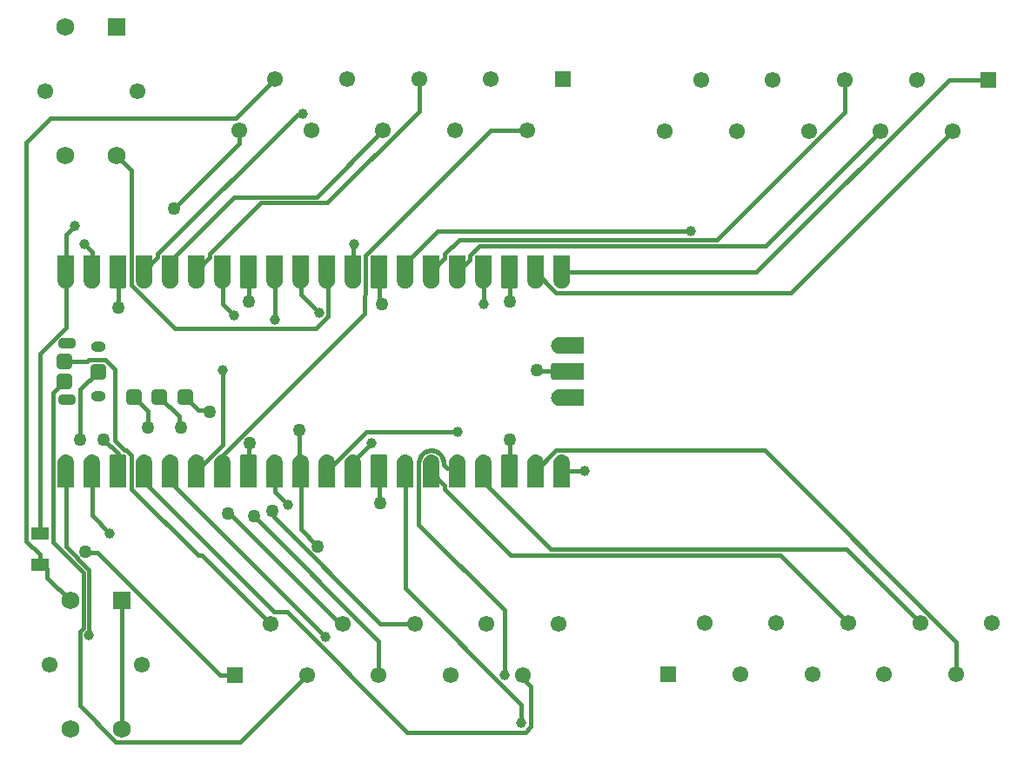
<source format=gtl>
G04*
G04 #@! TF.GenerationSoftware,Altium Limited,Altium Designer,24.1.2 (44)*
G04*
G04 Layer_Physical_Order=1*
G04 Layer_Color=6502151*
%FSLAX44Y44*%
%MOMM*%
G71*
G04*
G04 #@! TF.SameCoordinates,7576D355-30E4-4C7B-8782-25CA61036F80*
G04*
G04*
G04 #@! TF.FilePolarity,Positive*
G04*
G01*
G75*
G04:AMPARAMS|DCode=14|XSize=1.5mm|YSize=1.5mm|CornerRadius=0.3mm|HoleSize=0mm|Usage=FLASHONLY|Rotation=90.000|XOffset=0mm|YOffset=0mm|HoleType=Round|Shape=RoundedRectangle|*
%AMROUNDEDRECTD14*
21,1,1.5000,0.9000,0,0,90.0*
21,1,0.9000,1.5000,0,0,90.0*
1,1,0.6000,0.4500,0.4500*
1,1,0.6000,0.4500,-0.4500*
1,1,0.6000,-0.4500,-0.4500*
1,1,0.6000,-0.4500,0.4500*
%
%ADD14ROUNDEDRECTD14*%
%ADD15O,1.8000X1.1000*%
%ADD16O,1.4500X1.0500*%
%ADD17R,1.8000X1.2500*%
%ADD22C,1.5500*%
%ADD23R,1.5500X1.5500*%
%ADD29R,1.0000X1.0000*%
%ADD30C,0.3810*%
%ADD31C,1.7500*%
%ADD32R,1.7500X1.7500*%
%ADD33C,1.0000*%
%ADD34C,1.2700*%
G36*
X555370Y478790D02*
X555360Y478370D01*
X555330Y477950D01*
X555270Y477540D01*
X555200Y477130D01*
X555100Y476720D01*
X554980Y476320D01*
X554840Y475920D01*
X554680Y475540D01*
X554500Y475160D01*
X554300Y474790D01*
X554080Y474430D01*
X553840Y474090D01*
X553590Y473760D01*
X553320Y473440D01*
X553030Y473130D01*
X552720Y472840D01*
X552400Y472570D01*
X552070Y472320D01*
X551730Y472080D01*
X551370Y471860D01*
X551000Y471660D01*
X550620Y471480D01*
X550240Y471320D01*
X549840Y471180D01*
X549440Y471060D01*
X549030Y470960D01*
X548620Y470890D01*
X548210Y470830D01*
X547790Y470800D01*
X547370Y470790D01*
X546950Y470800D01*
X546530Y470830D01*
X546120Y470890D01*
X545710Y470960D01*
X545300Y471060D01*
X544900Y471180D01*
X544500Y471320D01*
X544120Y471480D01*
X543740Y471660D01*
X543370Y471860D01*
X543010Y472080D01*
X542670Y472320D01*
X542340Y472570D01*
X542020Y472840D01*
X541710Y473130D01*
X541420Y473440D01*
X541150Y473760D01*
X540900Y474090D01*
X540660Y474430D01*
X540440Y474790D01*
X540240Y475160D01*
X540060Y475540D01*
X539900Y475920D01*
X539760Y476320D01*
X539640Y476720D01*
X539540Y477130D01*
X539470Y477540D01*
X539410Y477950D01*
X539380Y478370D01*
X539370Y478790D01*
Y502790D01*
X555370D01*
Y478790D01*
D02*
G37*
G36*
X529970D02*
X529960Y478370D01*
X529930Y477950D01*
X529870Y477540D01*
X529800Y477130D01*
X529700Y476720D01*
X529580Y476320D01*
X529440Y475920D01*
X529280Y475540D01*
X529100Y475160D01*
X528900Y474790D01*
X528680Y474430D01*
X528440Y474090D01*
X528190Y473760D01*
X527920Y473440D01*
X527630Y473130D01*
X527320Y472840D01*
X527000Y472570D01*
X526670Y472320D01*
X526330Y472080D01*
X525970Y471860D01*
X525600Y471660D01*
X525220Y471480D01*
X524840Y471320D01*
X524440Y471180D01*
X524040Y471060D01*
X523630Y470960D01*
X523220Y470890D01*
X522810Y470830D01*
X522390Y470800D01*
X521970Y470790D01*
X521550Y470800D01*
X521130Y470830D01*
X520720Y470890D01*
X520310Y470960D01*
X519900Y471060D01*
X519500Y471180D01*
X519100Y471320D01*
X518720Y471480D01*
X518340Y471660D01*
X517970Y471860D01*
X517610Y472080D01*
X517270Y472320D01*
X516940Y472570D01*
X516620Y472840D01*
X516310Y473130D01*
X516020Y473440D01*
X515750Y473760D01*
X515500Y474090D01*
X515260Y474430D01*
X515040Y474790D01*
X514840Y475160D01*
X514660Y475540D01*
X514500Y475920D01*
X514360Y476320D01*
X514240Y476720D01*
X514140Y477130D01*
X514070Y477540D01*
X514010Y477950D01*
X513980Y478370D01*
X513970Y478790D01*
Y502790D01*
X529970D01*
Y478790D01*
D02*
G37*
G36*
X504570Y472690D02*
X504560Y472580D01*
X504550Y472480D01*
X504530Y472370D01*
X504500Y472270D01*
X504470Y472170D01*
X504440Y472070D01*
X504400Y471980D01*
X504350Y471880D01*
X504300Y471790D01*
X504250Y471700D01*
X504190Y471610D01*
X504120Y471530D01*
X504060Y471450D01*
X503980Y471380D01*
X503910Y471300D01*
X503830Y471240D01*
X503750Y471170D01*
X503660Y471110D01*
X503570Y471060D01*
X503480Y471010D01*
X503380Y470960D01*
X503290Y470920D01*
X503190Y470890D01*
X503090Y470860D01*
X502990Y470830D01*
X502880Y470810D01*
X502780Y470800D01*
X502670Y470790D01*
X490470D01*
X490360Y470800D01*
X490260Y470810D01*
X490150Y470830D01*
X490050Y470860D01*
X489950Y470890D01*
X489850Y470920D01*
X489760Y470960D01*
X489660Y471010D01*
X489570Y471060D01*
X489480Y471110D01*
X489390Y471170D01*
X489310Y471240D01*
X489230Y471300D01*
X489160Y471380D01*
X489080Y471450D01*
X489020Y471530D01*
X488950Y471610D01*
X488890Y471700D01*
X488840Y471790D01*
X488790Y471880D01*
X488740Y471980D01*
X488700Y472070D01*
X488670Y472170D01*
X488640Y472270D01*
X488610Y472370D01*
X488590Y472480D01*
X488580Y472580D01*
X488570Y472690D01*
Y502790D01*
X504570D01*
Y472690D01*
D02*
G37*
G36*
X479170Y478790D02*
X479160Y478370D01*
X479130Y477950D01*
X479070Y477540D01*
X479000Y477130D01*
X478900Y476720D01*
X478780Y476320D01*
X478640Y475920D01*
X478480Y475540D01*
X478300Y475160D01*
X478100Y474790D01*
X477880Y474430D01*
X477640Y474090D01*
X477390Y473760D01*
X477120Y473440D01*
X476830Y473130D01*
X476520Y472840D01*
X476200Y472570D01*
X475870Y472320D01*
X475530Y472080D01*
X475170Y471860D01*
X474800Y471660D01*
X474420Y471480D01*
X474040Y471320D01*
X473640Y471180D01*
X473240Y471060D01*
X472830Y470960D01*
X472420Y470890D01*
X472010Y470830D01*
X471590Y470800D01*
X471170Y470790D01*
X470750Y470800D01*
X470330Y470830D01*
X469920Y470890D01*
X469510Y470960D01*
X469100Y471060D01*
X468700Y471180D01*
X468300Y471320D01*
X467920Y471480D01*
X467540Y471660D01*
X467170Y471860D01*
X466810Y472080D01*
X466470Y472320D01*
X466140Y472570D01*
X465820Y472840D01*
X465510Y473130D01*
X465220Y473440D01*
X464950Y473760D01*
X464700Y474090D01*
X464460Y474430D01*
X464240Y474790D01*
X464040Y475160D01*
X463860Y475540D01*
X463700Y475920D01*
X463560Y476320D01*
X463440Y476720D01*
X463340Y477130D01*
X463270Y477540D01*
X463210Y477950D01*
X463180Y478370D01*
X463170Y478790D01*
Y502790D01*
X479170D01*
Y478790D01*
D02*
G37*
G36*
X453770D02*
X453760Y478370D01*
X453730Y477950D01*
X453670Y477540D01*
X453600Y477130D01*
X453500Y476720D01*
X453380Y476320D01*
X453240Y475920D01*
X453080Y475540D01*
X452900Y475160D01*
X452700Y474790D01*
X452480Y474430D01*
X452240Y474090D01*
X451990Y473760D01*
X451720Y473440D01*
X451430Y473130D01*
X451120Y472840D01*
X450800Y472570D01*
X450470Y472320D01*
X450130Y472080D01*
X449770Y471860D01*
X449400Y471660D01*
X449020Y471480D01*
X448640Y471320D01*
X448240Y471180D01*
X447840Y471060D01*
X447430Y470960D01*
X447020Y470890D01*
X446610Y470830D01*
X446190Y470800D01*
X445770Y470790D01*
X445350Y470800D01*
X444930Y470830D01*
X444520Y470890D01*
X444110Y470960D01*
X443700Y471060D01*
X443300Y471180D01*
X442900Y471320D01*
X442520Y471480D01*
X442140Y471660D01*
X441770Y471860D01*
X441410Y472080D01*
X441070Y472320D01*
X440740Y472570D01*
X440420Y472840D01*
X440110Y473130D01*
X439820Y473440D01*
X439550Y473760D01*
X439300Y474090D01*
X439060Y474430D01*
X438840Y474790D01*
X438640Y475160D01*
X438460Y475540D01*
X438300Y475920D01*
X438160Y476320D01*
X438040Y476720D01*
X437940Y477130D01*
X437870Y477540D01*
X437810Y477950D01*
X437780Y478370D01*
X437770Y478790D01*
Y502790D01*
X453770D01*
Y478790D01*
D02*
G37*
G36*
X428370D02*
X428360Y478370D01*
X428330Y477950D01*
X428270Y477540D01*
X428200Y477130D01*
X428100Y476720D01*
X427980Y476320D01*
X427840Y475920D01*
X427680Y475540D01*
X427500Y475160D01*
X427300Y474790D01*
X427080Y474430D01*
X426840Y474090D01*
X426590Y473760D01*
X426320Y473440D01*
X426030Y473130D01*
X425720Y472840D01*
X425400Y472570D01*
X425070Y472320D01*
X424730Y472080D01*
X424370Y471860D01*
X424000Y471660D01*
X423620Y471480D01*
X423240Y471320D01*
X422840Y471180D01*
X422440Y471060D01*
X422030Y470960D01*
X421620Y470890D01*
X421210Y470830D01*
X420790Y470800D01*
X420370Y470790D01*
X419950Y470800D01*
X419530Y470830D01*
X419120Y470890D01*
X418710Y470960D01*
X418300Y471060D01*
X417900Y471180D01*
X417500Y471320D01*
X417120Y471480D01*
X416740Y471660D01*
X416370Y471860D01*
X416010Y472080D01*
X415670Y472320D01*
X415340Y472570D01*
X415020Y472840D01*
X414710Y473130D01*
X414420Y473440D01*
X414150Y473760D01*
X413900Y474090D01*
X413660Y474430D01*
X413440Y474790D01*
X413240Y475160D01*
X413060Y475540D01*
X412900Y475920D01*
X412760Y476320D01*
X412640Y476720D01*
X412540Y477130D01*
X412470Y477540D01*
X412410Y477950D01*
X412380Y478370D01*
X412370Y478790D01*
Y502790D01*
X428370D01*
Y478790D01*
D02*
G37*
G36*
X402970D02*
X402960Y478370D01*
X402930Y477950D01*
X402870Y477540D01*
X402800Y477130D01*
X402700Y476720D01*
X402580Y476320D01*
X402440Y475920D01*
X402280Y475540D01*
X402100Y475160D01*
X401900Y474790D01*
X401680Y474430D01*
X401440Y474090D01*
X401190Y473760D01*
X400920Y473440D01*
X400630Y473130D01*
X400320Y472840D01*
X400000Y472570D01*
X399670Y472320D01*
X399330Y472080D01*
X398970Y471860D01*
X398600Y471660D01*
X398220Y471480D01*
X397840Y471320D01*
X397440Y471180D01*
X397040Y471060D01*
X396630Y470960D01*
X396220Y470890D01*
X395810Y470830D01*
X395390Y470800D01*
X394970Y470790D01*
X394550Y470800D01*
X394130Y470830D01*
X393720Y470890D01*
X393310Y470960D01*
X392900Y471060D01*
X392500Y471180D01*
X392100Y471320D01*
X391720Y471480D01*
X391340Y471660D01*
X390970Y471860D01*
X390610Y472080D01*
X390270Y472320D01*
X389940Y472570D01*
X389620Y472840D01*
X389310Y473130D01*
X389020Y473440D01*
X388750Y473760D01*
X388500Y474090D01*
X388260Y474430D01*
X388040Y474790D01*
X387840Y475160D01*
X387660Y475540D01*
X387500Y475920D01*
X387360Y476320D01*
X387240Y476720D01*
X387140Y477130D01*
X387070Y477540D01*
X387010Y477950D01*
X386980Y478370D01*
X386970Y478790D01*
Y502790D01*
X402970D01*
Y478790D01*
D02*
G37*
G36*
X377570Y472690D02*
X377560Y472580D01*
X377550Y472480D01*
X377530Y472370D01*
X377500Y472270D01*
X377470Y472170D01*
X377440Y472070D01*
X377400Y471980D01*
X377350Y471880D01*
X377300Y471790D01*
X377250Y471700D01*
X377190Y471610D01*
X377120Y471530D01*
X377060Y471450D01*
X376980Y471380D01*
X376910Y471300D01*
X376830Y471240D01*
X376750Y471170D01*
X376660Y471110D01*
X376570Y471060D01*
X376480Y471010D01*
X376380Y470960D01*
X376290Y470920D01*
X376190Y470890D01*
X376090Y470860D01*
X375990Y470830D01*
X375880Y470810D01*
X375780Y470800D01*
X375670Y470790D01*
X363470D01*
X363360Y470800D01*
X363260Y470810D01*
X363150Y470830D01*
X363050Y470860D01*
X362950Y470890D01*
X362850Y470920D01*
X362760Y470960D01*
X362660Y471010D01*
X362570Y471060D01*
X362480Y471110D01*
X362390Y471170D01*
X362310Y471240D01*
X362230Y471300D01*
X362160Y471380D01*
X362080Y471450D01*
X362020Y471530D01*
X361950Y471610D01*
X361890Y471700D01*
X361840Y471790D01*
X361790Y471880D01*
X361740Y471980D01*
X361700Y472070D01*
X361670Y472170D01*
X361640Y472270D01*
X361610Y472370D01*
X361590Y472480D01*
X361580Y472580D01*
X361570Y472690D01*
Y502790D01*
X377570D01*
Y472690D01*
D02*
G37*
G36*
X352170Y478790D02*
X352160Y478370D01*
X352130Y477950D01*
X352070Y477540D01*
X352000Y477130D01*
X351900Y476720D01*
X351780Y476320D01*
X351640Y475920D01*
X351480Y475540D01*
X351300Y475160D01*
X351100Y474790D01*
X350880Y474430D01*
X350640Y474090D01*
X350390Y473760D01*
X350120Y473440D01*
X349830Y473130D01*
X349520Y472840D01*
X349200Y472570D01*
X348870Y472320D01*
X348530Y472080D01*
X348170Y471860D01*
X347800Y471660D01*
X347420Y471480D01*
X347040Y471320D01*
X346640Y471180D01*
X346240Y471060D01*
X345830Y470960D01*
X345420Y470890D01*
X345010Y470830D01*
X344590Y470800D01*
X344170Y470790D01*
X343750Y470800D01*
X343330Y470830D01*
X342920Y470890D01*
X342510Y470960D01*
X342100Y471060D01*
X341700Y471180D01*
X341300Y471320D01*
X340920Y471480D01*
X340540Y471660D01*
X340170Y471860D01*
X339810Y472080D01*
X339470Y472320D01*
X339140Y472570D01*
X338820Y472840D01*
X338510Y473130D01*
X338220Y473440D01*
X337950Y473760D01*
X337700Y474090D01*
X337460Y474430D01*
X337240Y474790D01*
X337040Y475160D01*
X336860Y475540D01*
X336700Y475920D01*
X336560Y476320D01*
X336440Y476720D01*
X336340Y477130D01*
X336270Y477540D01*
X336210Y477950D01*
X336180Y478370D01*
X336170Y478790D01*
Y502790D01*
X352170D01*
Y478790D01*
D02*
G37*
G36*
X326770D02*
X326760Y478370D01*
X326730Y477950D01*
X326670Y477540D01*
X326600Y477130D01*
X326500Y476720D01*
X326380Y476320D01*
X326240Y475920D01*
X326080Y475540D01*
X325900Y475160D01*
X325700Y474790D01*
X325480Y474430D01*
X325240Y474090D01*
X324990Y473760D01*
X324720Y473440D01*
X324430Y473130D01*
X324120Y472840D01*
X323800Y472570D01*
X323470Y472320D01*
X323130Y472080D01*
X322770Y471860D01*
X322400Y471660D01*
X322020Y471480D01*
X321640Y471320D01*
X321240Y471180D01*
X320840Y471060D01*
X320430Y470960D01*
X320020Y470890D01*
X319610Y470830D01*
X319190Y470800D01*
X318770Y470790D01*
X318350Y470800D01*
X317930Y470830D01*
X317520Y470890D01*
X317110Y470960D01*
X316700Y471060D01*
X316300Y471180D01*
X315900Y471320D01*
X315520Y471480D01*
X315140Y471660D01*
X314770Y471860D01*
X314410Y472080D01*
X314070Y472320D01*
X313740Y472570D01*
X313420Y472840D01*
X313110Y473130D01*
X312820Y473440D01*
X312550Y473760D01*
X312300Y474090D01*
X312060Y474430D01*
X311840Y474790D01*
X311640Y475160D01*
X311460Y475540D01*
X311300Y475920D01*
X311160Y476320D01*
X311040Y476720D01*
X310940Y477130D01*
X310870Y477540D01*
X310810Y477950D01*
X310780Y478370D01*
X310770Y478790D01*
Y502790D01*
X326770D01*
Y478790D01*
D02*
G37*
G36*
X301370D02*
X301360Y478370D01*
X301330Y477950D01*
X301270Y477540D01*
X301200Y477130D01*
X301100Y476720D01*
X300980Y476320D01*
X300840Y475920D01*
X300680Y475540D01*
X300500Y475160D01*
X300300Y474790D01*
X300080Y474430D01*
X299840Y474090D01*
X299590Y473760D01*
X299320Y473440D01*
X299030Y473130D01*
X298720Y472840D01*
X298400Y472570D01*
X298070Y472320D01*
X297730Y472080D01*
X297370Y471860D01*
X297000Y471660D01*
X296620Y471480D01*
X296240Y471320D01*
X295840Y471180D01*
X295440Y471060D01*
X295030Y470960D01*
X294620Y470890D01*
X294210Y470830D01*
X293790Y470800D01*
X293370Y470790D01*
X292950Y470800D01*
X292530Y470830D01*
X292120Y470890D01*
X291710Y470960D01*
X291300Y471060D01*
X290900Y471180D01*
X290500Y471320D01*
X290120Y471480D01*
X289740Y471660D01*
X289370Y471860D01*
X289010Y472080D01*
X288670Y472320D01*
X288340Y472570D01*
X288020Y472840D01*
X287710Y473130D01*
X287420Y473440D01*
X287150Y473760D01*
X286900Y474090D01*
X286660Y474430D01*
X286440Y474790D01*
X286240Y475160D01*
X286060Y475540D01*
X285900Y475920D01*
X285760Y476320D01*
X285640Y476720D01*
X285540Y477130D01*
X285470Y477540D01*
X285410Y477950D01*
X285380Y478370D01*
X285370Y478790D01*
Y502790D01*
X301370D01*
Y478790D01*
D02*
G37*
G36*
X275970D02*
X275960Y478370D01*
X275930Y477950D01*
X275870Y477540D01*
X275800Y477130D01*
X275700Y476720D01*
X275580Y476320D01*
X275440Y475920D01*
X275280Y475540D01*
X275100Y475160D01*
X274900Y474790D01*
X274680Y474430D01*
X274440Y474090D01*
X274190Y473760D01*
X273920Y473440D01*
X273630Y473130D01*
X273320Y472840D01*
X273000Y472570D01*
X272670Y472320D01*
X272330Y472080D01*
X271970Y471860D01*
X271600Y471660D01*
X271220Y471480D01*
X270840Y471320D01*
X270440Y471180D01*
X270040Y471060D01*
X269630Y470960D01*
X269220Y470890D01*
X268810Y470830D01*
X268390Y470800D01*
X267970Y470790D01*
X267550Y470800D01*
X267130Y470830D01*
X266720Y470890D01*
X266310Y470960D01*
X265900Y471060D01*
X265500Y471180D01*
X265100Y471320D01*
X264720Y471480D01*
X264340Y471660D01*
X263970Y471860D01*
X263610Y472080D01*
X263270Y472320D01*
X262940Y472570D01*
X262620Y472840D01*
X262310Y473130D01*
X262020Y473440D01*
X261750Y473760D01*
X261500Y474090D01*
X261260Y474430D01*
X261040Y474790D01*
X260840Y475160D01*
X260660Y475540D01*
X260500Y475920D01*
X260360Y476320D01*
X260240Y476720D01*
X260140Y477130D01*
X260070Y477540D01*
X260010Y477950D01*
X259980Y478370D01*
X259970Y478790D01*
Y502790D01*
X275970D01*
Y478790D01*
D02*
G37*
G36*
X250570Y472690D02*
X250560Y472580D01*
X250550Y472480D01*
X250530Y472370D01*
X250500Y472270D01*
X250470Y472170D01*
X250440Y472070D01*
X250400Y471980D01*
X250350Y471880D01*
X250300Y471790D01*
X250250Y471700D01*
X250190Y471610D01*
X250120Y471530D01*
X250060Y471450D01*
X249980Y471380D01*
X249910Y471300D01*
X249830Y471240D01*
X249750Y471170D01*
X249660Y471110D01*
X249570Y471060D01*
X249480Y471010D01*
X249380Y470960D01*
X249290Y470920D01*
X249190Y470890D01*
X249090Y470860D01*
X248990Y470830D01*
X248880Y470810D01*
X248780Y470800D01*
X248670Y470790D01*
X236470D01*
X236360Y470800D01*
X236260Y470810D01*
X236150Y470830D01*
X236050Y470860D01*
X235950Y470890D01*
X235850Y470920D01*
X235760Y470960D01*
X235660Y471010D01*
X235570Y471060D01*
X235480Y471110D01*
X235390Y471170D01*
X235310Y471240D01*
X235230Y471300D01*
X235160Y471380D01*
X235080Y471450D01*
X235020Y471530D01*
X234950Y471610D01*
X234890Y471700D01*
X234840Y471790D01*
X234790Y471880D01*
X234740Y471980D01*
X234700Y472070D01*
X234670Y472170D01*
X234640Y472270D01*
X234610Y472370D01*
X234590Y472480D01*
X234580Y472580D01*
X234570Y472690D01*
Y502790D01*
X250570D01*
Y472690D01*
D02*
G37*
G36*
X225170Y478790D02*
X225160Y478370D01*
X225130Y477950D01*
X225070Y477540D01*
X225000Y477130D01*
X224900Y476720D01*
X224780Y476320D01*
X224640Y475920D01*
X224480Y475540D01*
X224300Y475160D01*
X224100Y474790D01*
X223880Y474430D01*
X223640Y474090D01*
X223390Y473760D01*
X223120Y473440D01*
X222830Y473130D01*
X222520Y472840D01*
X222200Y472570D01*
X221870Y472320D01*
X221530Y472080D01*
X221170Y471860D01*
X220800Y471660D01*
X220420Y471480D01*
X220040Y471320D01*
X219640Y471180D01*
X219240Y471060D01*
X218830Y470960D01*
X218420Y470890D01*
X218010Y470830D01*
X217590Y470800D01*
X217170Y470790D01*
X216750Y470800D01*
X216330Y470830D01*
X215920Y470890D01*
X215510Y470960D01*
X215100Y471060D01*
X214700Y471180D01*
X214300Y471320D01*
X213920Y471480D01*
X213540Y471660D01*
X213170Y471860D01*
X212810Y472080D01*
X212470Y472320D01*
X212140Y472570D01*
X211820Y472840D01*
X211510Y473130D01*
X211220Y473440D01*
X210950Y473760D01*
X210700Y474090D01*
X210460Y474430D01*
X210240Y474790D01*
X210040Y475160D01*
X209860Y475540D01*
X209700Y475920D01*
X209560Y476320D01*
X209440Y476720D01*
X209340Y477130D01*
X209270Y477540D01*
X209210Y477950D01*
X209180Y478370D01*
X209170Y478790D01*
Y502790D01*
X225170D01*
Y478790D01*
D02*
G37*
G36*
X199770D02*
X199760Y478370D01*
X199730Y477950D01*
X199670Y477540D01*
X199600Y477130D01*
X199500Y476720D01*
X199380Y476320D01*
X199240Y475920D01*
X199080Y475540D01*
X198900Y475160D01*
X198700Y474790D01*
X198480Y474430D01*
X198240Y474090D01*
X197990Y473760D01*
X197720Y473440D01*
X197430Y473130D01*
X197120Y472840D01*
X196800Y472570D01*
X196470Y472320D01*
X196130Y472080D01*
X195770Y471860D01*
X195400Y471660D01*
X195020Y471480D01*
X194640Y471320D01*
X194240Y471180D01*
X193840Y471060D01*
X193430Y470960D01*
X193020Y470890D01*
X192610Y470830D01*
X192190Y470800D01*
X191770Y470790D01*
X191350Y470800D01*
X190930Y470830D01*
X190520Y470890D01*
X190110Y470960D01*
X189700Y471060D01*
X189300Y471180D01*
X188900Y471320D01*
X188520Y471480D01*
X188140Y471660D01*
X187770Y471860D01*
X187410Y472080D01*
X187070Y472320D01*
X186740Y472570D01*
X186420Y472840D01*
X186110Y473130D01*
X185820Y473440D01*
X185550Y473760D01*
X185300Y474090D01*
X185060Y474430D01*
X184840Y474790D01*
X184640Y475160D01*
X184460Y475540D01*
X184300Y475920D01*
X184160Y476320D01*
X184040Y476720D01*
X183940Y477130D01*
X183870Y477540D01*
X183810Y477950D01*
X183780Y478370D01*
X183770Y478790D01*
Y502790D01*
X199770D01*
Y478790D01*
D02*
G37*
G36*
X174370D02*
X174360Y478370D01*
X174330Y477950D01*
X174270Y477540D01*
X174200Y477130D01*
X174100Y476720D01*
X173980Y476320D01*
X173840Y475920D01*
X173680Y475540D01*
X173500Y475160D01*
X173300Y474790D01*
X173080Y474430D01*
X172840Y474090D01*
X172590Y473760D01*
X172320Y473440D01*
X172030Y473130D01*
X171720Y472840D01*
X171400Y472570D01*
X171070Y472320D01*
X170730Y472080D01*
X170370Y471860D01*
X170000Y471660D01*
X169620Y471480D01*
X169240Y471320D01*
X168840Y471180D01*
X168440Y471060D01*
X168030Y470960D01*
X167620Y470890D01*
X167210Y470830D01*
X166790Y470800D01*
X166370Y470790D01*
X165950Y470800D01*
X165530Y470830D01*
X165120Y470890D01*
X164710Y470960D01*
X164300Y471060D01*
X163900Y471180D01*
X163500Y471320D01*
X163120Y471480D01*
X162740Y471660D01*
X162370Y471860D01*
X162010Y472080D01*
X161670Y472320D01*
X161340Y472570D01*
X161020Y472840D01*
X160710Y473130D01*
X160420Y473440D01*
X160150Y473760D01*
X159900Y474090D01*
X159660Y474430D01*
X159440Y474790D01*
X159240Y475160D01*
X159060Y475540D01*
X158900Y475920D01*
X158760Y476320D01*
X158640Y476720D01*
X158540Y477130D01*
X158470Y477540D01*
X158410Y477950D01*
X158380Y478370D01*
X158370Y478790D01*
Y502790D01*
X174370D01*
Y478790D01*
D02*
G37*
G36*
X148970D02*
X148960Y478370D01*
X148930Y477950D01*
X148870Y477540D01*
X148800Y477130D01*
X148700Y476720D01*
X148580Y476320D01*
X148440Y475920D01*
X148280Y475540D01*
X148100Y475160D01*
X147900Y474790D01*
X147680Y474430D01*
X147440Y474090D01*
X147190Y473760D01*
X146920Y473440D01*
X146630Y473130D01*
X146320Y472840D01*
X146000Y472570D01*
X145670Y472320D01*
X145330Y472080D01*
X144970Y471860D01*
X144600Y471660D01*
X144220Y471480D01*
X143840Y471320D01*
X143440Y471180D01*
X143040Y471060D01*
X142630Y470960D01*
X142220Y470890D01*
X141810Y470830D01*
X141390Y470800D01*
X140970Y470790D01*
X140550Y470800D01*
X140130Y470830D01*
X139720Y470890D01*
X139310Y470960D01*
X138900Y471060D01*
X138500Y471180D01*
X138100Y471320D01*
X137720Y471480D01*
X137340Y471660D01*
X136970Y471860D01*
X136610Y472080D01*
X136270Y472320D01*
X135940Y472570D01*
X135620Y472840D01*
X135310Y473130D01*
X135020Y473440D01*
X134750Y473760D01*
X134500Y474090D01*
X134260Y474430D01*
X134040Y474790D01*
X133840Y475160D01*
X133660Y475540D01*
X133500Y475920D01*
X133360Y476320D01*
X133240Y476720D01*
X133140Y477130D01*
X133070Y477540D01*
X133010Y477950D01*
X132980Y478370D01*
X132970Y478790D01*
Y502790D01*
X148970D01*
Y478790D01*
D02*
G37*
G36*
X123570Y472690D02*
X123560Y472580D01*
X123550Y472480D01*
X123530Y472370D01*
X123500Y472270D01*
X123470Y472170D01*
X123440Y472070D01*
X123400Y471980D01*
X123350Y471880D01*
X123300Y471790D01*
X123250Y471700D01*
X123190Y471610D01*
X123120Y471530D01*
X123060Y471450D01*
X122980Y471380D01*
X122910Y471300D01*
X122830Y471240D01*
X122750Y471170D01*
X122660Y471110D01*
X122570Y471060D01*
X122480Y471010D01*
X122380Y470960D01*
X122290Y470920D01*
X122190Y470890D01*
X122090Y470860D01*
X121990Y470830D01*
X121880Y470810D01*
X121780Y470800D01*
X121670Y470790D01*
X109470D01*
X109360Y470800D01*
X109260Y470810D01*
X109150Y470830D01*
X109050Y470860D01*
X108950Y470890D01*
X108850Y470920D01*
X108760Y470960D01*
X108660Y471010D01*
X108570Y471060D01*
X108480Y471110D01*
X108390Y471170D01*
X108310Y471240D01*
X108230Y471300D01*
X108160Y471380D01*
X108080Y471450D01*
X108020Y471530D01*
X107950Y471610D01*
X107890Y471700D01*
X107840Y471790D01*
X107790Y471880D01*
X107740Y471980D01*
X107700Y472070D01*
X107670Y472170D01*
X107640Y472270D01*
X107610Y472370D01*
X107590Y472480D01*
X107580Y472580D01*
X107570Y472690D01*
Y502790D01*
X123570D01*
Y472690D01*
D02*
G37*
G36*
X98170Y478790D02*
X98160Y478370D01*
X98130Y477950D01*
X98070Y477540D01*
X98000Y477130D01*
X97900Y476720D01*
X97780Y476320D01*
X97640Y475920D01*
X97480Y475540D01*
X97300Y475160D01*
X97100Y474790D01*
X96880Y474430D01*
X96640Y474090D01*
X96390Y473760D01*
X96120Y473440D01*
X95830Y473130D01*
X95520Y472840D01*
X95200Y472570D01*
X94870Y472320D01*
X94530Y472080D01*
X94170Y471860D01*
X93800Y471660D01*
X93420Y471480D01*
X93040Y471320D01*
X92640Y471180D01*
X92240Y471060D01*
X91830Y470960D01*
X91420Y470890D01*
X91010Y470830D01*
X90590Y470800D01*
X90170Y470790D01*
X89750Y470800D01*
X89330Y470830D01*
X88920Y470890D01*
X88510Y470960D01*
X88100Y471060D01*
X87700Y471180D01*
X87300Y471320D01*
X86920Y471480D01*
X86540Y471660D01*
X86170Y471860D01*
X85810Y472080D01*
X85470Y472320D01*
X85140Y472570D01*
X84820Y472840D01*
X84510Y473130D01*
X84220Y473440D01*
X83950Y473760D01*
X83700Y474090D01*
X83460Y474430D01*
X83240Y474790D01*
X83040Y475160D01*
X82860Y475540D01*
X82700Y475920D01*
X82560Y476320D01*
X82440Y476720D01*
X82340Y477130D01*
X82270Y477540D01*
X82210Y477950D01*
X82180Y478370D01*
X82170Y478790D01*
Y502790D01*
X98170D01*
Y478790D01*
D02*
G37*
G36*
X72770D02*
X72760Y478370D01*
X72730Y477950D01*
X72670Y477540D01*
X72600Y477130D01*
X72500Y476720D01*
X72380Y476320D01*
X72240Y475920D01*
X72080Y475540D01*
X71900Y475160D01*
X71700Y474790D01*
X71480Y474430D01*
X71240Y474090D01*
X70990Y473760D01*
X70720Y473440D01*
X70430Y473130D01*
X70120Y472840D01*
X69800Y472570D01*
X69470Y472320D01*
X69130Y472080D01*
X68770Y471860D01*
X68400Y471660D01*
X68020Y471480D01*
X67640Y471320D01*
X67240Y471180D01*
X66840Y471060D01*
X66430Y470960D01*
X66020Y470890D01*
X65610Y470830D01*
X65190Y470800D01*
X64770Y470790D01*
X64350Y470800D01*
X63930Y470830D01*
X63520Y470890D01*
X63110Y470960D01*
X62700Y471060D01*
X62300Y471180D01*
X61900Y471320D01*
X61520Y471480D01*
X61140Y471660D01*
X60770Y471860D01*
X60410Y472080D01*
X60070Y472320D01*
X59740Y472570D01*
X59420Y472840D01*
X59110Y473130D01*
X58820Y473440D01*
X58550Y473760D01*
X58300Y474090D01*
X58060Y474430D01*
X57840Y474790D01*
X57640Y475160D01*
X57460Y475540D01*
X57300Y475920D01*
X57160Y476320D01*
X57040Y476720D01*
X56940Y477130D01*
X56870Y477540D01*
X56810Y477950D01*
X56780Y478370D01*
X56770Y478790D01*
Y502790D01*
X72770D01*
Y478790D01*
D02*
G37*
G36*
X569070Y407290D02*
X545070D01*
X544650Y407300D01*
X544230Y407330D01*
X543820Y407390D01*
X543410Y407460D01*
X543000Y407560D01*
X542600Y407680D01*
X542200Y407820D01*
X541820Y407980D01*
X541440Y408160D01*
X541070Y408360D01*
X540710Y408580D01*
X540370Y408820D01*
X540040Y409070D01*
X539720Y409340D01*
X539410Y409630D01*
X539120Y409940D01*
X538850Y410260D01*
X538600Y410590D01*
X538360Y410930D01*
X538140Y411290D01*
X537940Y411660D01*
X537760Y412040D01*
X537600Y412420D01*
X537460Y412820D01*
X537340Y413220D01*
X537240Y413630D01*
X537170Y414040D01*
X537110Y414450D01*
X537080Y414870D01*
X537070Y415290D01*
X537080Y415710D01*
X537110Y416130D01*
X537170Y416540D01*
X537240Y416950D01*
X537340Y417360D01*
X537460Y417760D01*
X537600Y418160D01*
X537760Y418540D01*
X537940Y418920D01*
X538140Y419290D01*
X538360Y419650D01*
X538600Y419990D01*
X538850Y420320D01*
X539120Y420640D01*
X539410Y420950D01*
X539720Y421240D01*
X540040Y421510D01*
X540370Y421760D01*
X540710Y422000D01*
X541070Y422220D01*
X541440Y422420D01*
X541820Y422600D01*
X542200Y422760D01*
X542600Y422900D01*
X543000Y423020D01*
X543410Y423120D01*
X543820Y423190D01*
X544230Y423250D01*
X544650Y423280D01*
X545070Y423290D01*
X569070D01*
Y407290D01*
D02*
G37*
G36*
Y381890D02*
X538970D01*
X538860Y381900D01*
X538760Y381910D01*
X538650Y381930D01*
X538550Y381960D01*
X538450Y381990D01*
X538350Y382020D01*
X538260Y382060D01*
X538160Y382110D01*
X538070Y382160D01*
X537980Y382210D01*
X537890Y382270D01*
X537810Y382340D01*
X537730Y382400D01*
X537660Y382480D01*
X537580Y382550D01*
X537520Y382630D01*
X537450Y382710D01*
X537390Y382800D01*
X537340Y382890D01*
X537290Y382980D01*
X537240Y383080D01*
X537200Y383170D01*
X537170Y383270D01*
X537140Y383370D01*
X537110Y383470D01*
X537090Y383580D01*
X537080Y383680D01*
X537070Y383790D01*
Y395990D01*
X537080Y396100D01*
X537090Y396200D01*
X537110Y396310D01*
X537140Y396410D01*
X537170Y396510D01*
X537200Y396610D01*
X537240Y396700D01*
X537290Y396800D01*
X537340Y396890D01*
X537390Y396980D01*
X537450Y397070D01*
X537520Y397150D01*
X537580Y397230D01*
X537660Y397300D01*
X537730Y397380D01*
X537810Y397440D01*
X537890Y397510D01*
X537980Y397570D01*
X538070Y397620D01*
X538160Y397670D01*
X538260Y397720D01*
X538350Y397760D01*
X538450Y397790D01*
X538550Y397820D01*
X538650Y397850D01*
X538760Y397870D01*
X538860Y397880D01*
X538970Y397890D01*
X569070D01*
Y381890D01*
D02*
G37*
G36*
Y356490D02*
X545070D01*
X544650Y356500D01*
X544230Y356530D01*
X543820Y356590D01*
X543410Y356660D01*
X543000Y356760D01*
X542600Y356880D01*
X542200Y357020D01*
X541820Y357180D01*
X541440Y357360D01*
X541070Y357560D01*
X540710Y357780D01*
X540370Y358020D01*
X540040Y358270D01*
X539720Y358540D01*
X539410Y358830D01*
X539120Y359140D01*
X538850Y359460D01*
X538600Y359790D01*
X538360Y360130D01*
X538140Y360490D01*
X537940Y360860D01*
X537760Y361240D01*
X537600Y361620D01*
X537460Y362020D01*
X537340Y362420D01*
X537240Y362830D01*
X537170Y363240D01*
X537110Y363650D01*
X537080Y364070D01*
X537070Y364490D01*
X537080Y364910D01*
X537110Y365330D01*
X537170Y365740D01*
X537240Y366150D01*
X537340Y366560D01*
X537460Y366960D01*
X537600Y367360D01*
X537760Y367740D01*
X537940Y368120D01*
X538140Y368490D01*
X538360Y368850D01*
X538600Y369190D01*
X538850Y369520D01*
X539120Y369840D01*
X539410Y370150D01*
X539720Y370440D01*
X540040Y370710D01*
X540370Y370960D01*
X540710Y371200D01*
X541070Y371420D01*
X541440Y371620D01*
X541820Y371800D01*
X542200Y371960D01*
X542600Y372100D01*
X543000Y372220D01*
X543410Y372320D01*
X543820Y372390D01*
X544230Y372450D01*
X544650Y372480D01*
X545070Y372490D01*
X569070D01*
Y356490D01*
D02*
G37*
G36*
X547790Y308980D02*
X548210Y308950D01*
X548620Y308890D01*
X549030Y308820D01*
X549440Y308720D01*
X549840Y308600D01*
X550240Y308460D01*
X550620Y308300D01*
X551000Y308120D01*
X551370Y307920D01*
X551730Y307700D01*
X552070Y307460D01*
X552400Y307210D01*
X552720Y306940D01*
X553030Y306650D01*
X553320Y306340D01*
X553590Y306020D01*
X553840Y305690D01*
X554080Y305350D01*
X554300Y304990D01*
X554500Y304620D01*
X554680Y304240D01*
X554840Y303860D01*
X554980Y303460D01*
X555100Y303060D01*
X555200Y302650D01*
X555270Y302240D01*
X555330Y301830D01*
X555360Y301410D01*
X555370Y300990D01*
Y276990D01*
X539370D01*
Y300990D01*
X539380Y301410D01*
X539410Y301830D01*
X539470Y302240D01*
X539540Y302650D01*
X539640Y303060D01*
X539760Y303460D01*
X539900Y303860D01*
X540060Y304240D01*
X540240Y304620D01*
X540440Y304990D01*
X540660Y305350D01*
X540900Y305690D01*
X541150Y306020D01*
X541420Y306340D01*
X541710Y306650D01*
X542020Y306940D01*
X542340Y307210D01*
X542670Y307460D01*
X543010Y307700D01*
X543370Y307920D01*
X543740Y308120D01*
X544120Y308300D01*
X544500Y308460D01*
X544900Y308600D01*
X545300Y308720D01*
X545710Y308820D01*
X546120Y308890D01*
X546530Y308950D01*
X546950Y308980D01*
X547370Y308990D01*
X547790Y308980D01*
D02*
G37*
G36*
X522390D02*
X522810Y308950D01*
X523220Y308890D01*
X523630Y308820D01*
X524040Y308720D01*
X524440Y308600D01*
X524840Y308460D01*
X525220Y308300D01*
X525600Y308120D01*
X525970Y307920D01*
X526330Y307700D01*
X526670Y307460D01*
X527000Y307210D01*
X527320Y306940D01*
X527630Y306650D01*
X527920Y306340D01*
X528190Y306020D01*
X528440Y305690D01*
X528680Y305350D01*
X528900Y304990D01*
X529100Y304620D01*
X529280Y304240D01*
X529440Y303860D01*
X529580Y303460D01*
X529700Y303060D01*
X529800Y302650D01*
X529870Y302240D01*
X529930Y301830D01*
X529960Y301410D01*
X529970Y300990D01*
Y276990D01*
X513970D01*
Y300990D01*
X513980Y301410D01*
X514010Y301830D01*
X514070Y302240D01*
X514140Y302650D01*
X514240Y303060D01*
X514360Y303460D01*
X514500Y303860D01*
X514660Y304240D01*
X514840Y304620D01*
X515040Y304990D01*
X515260Y305350D01*
X515500Y305690D01*
X515750Y306020D01*
X516020Y306340D01*
X516310Y306650D01*
X516620Y306940D01*
X516940Y307210D01*
X517270Y307460D01*
X517610Y307700D01*
X517970Y307920D01*
X518340Y308120D01*
X518720Y308300D01*
X519100Y308460D01*
X519500Y308600D01*
X519900Y308720D01*
X520310Y308820D01*
X520720Y308890D01*
X521130Y308950D01*
X521550Y308980D01*
X521970Y308990D01*
X522390Y308980D01*
D02*
G37*
G36*
X502780D02*
X502880Y308970D01*
X502990Y308950D01*
X503090Y308920D01*
X503190Y308890D01*
X503290Y308860D01*
X503380Y308820D01*
X503480Y308770D01*
X503570Y308720D01*
X503660Y308670D01*
X503750Y308610D01*
X503830Y308540D01*
X503910Y308480D01*
X503980Y308400D01*
X504060Y308330D01*
X504120Y308250D01*
X504190Y308170D01*
X504250Y308080D01*
X504300Y307990D01*
X504350Y307900D01*
X504400Y307800D01*
X504440Y307710D01*
X504470Y307610D01*
X504500Y307510D01*
X504530Y307410D01*
X504550Y307300D01*
X504560Y307200D01*
X504570Y307090D01*
Y276990D01*
X488570D01*
Y307090D01*
X488580Y307200D01*
X488590Y307300D01*
X488610Y307410D01*
X488640Y307510D01*
X488670Y307610D01*
X488700Y307710D01*
X488740Y307800D01*
X488790Y307900D01*
X488840Y307990D01*
X488890Y308080D01*
X488950Y308170D01*
X489020Y308250D01*
X489080Y308330D01*
X489160Y308400D01*
X489230Y308480D01*
X489310Y308540D01*
X489390Y308610D01*
X489480Y308670D01*
X489570Y308720D01*
X489660Y308770D01*
X489760Y308820D01*
X489850Y308860D01*
X489950Y308890D01*
X490050Y308920D01*
X490150Y308950D01*
X490260Y308970D01*
X490360Y308980D01*
X490470Y308990D01*
X502670D01*
X502780Y308980D01*
D02*
G37*
G36*
X471590D02*
X472010Y308950D01*
X472420Y308890D01*
X472830Y308820D01*
X473240Y308720D01*
X473640Y308600D01*
X474040Y308460D01*
X474420Y308300D01*
X474800Y308120D01*
X475170Y307920D01*
X475530Y307700D01*
X475870Y307460D01*
X476200Y307210D01*
X476520Y306940D01*
X476830Y306650D01*
X477120Y306340D01*
X477390Y306020D01*
X477640Y305690D01*
X477880Y305350D01*
X478100Y304990D01*
X478300Y304620D01*
X478480Y304240D01*
X478640Y303860D01*
X478780Y303460D01*
X478900Y303060D01*
X479000Y302650D01*
X479070Y302240D01*
X479130Y301830D01*
X479160Y301410D01*
X479170Y300990D01*
Y276990D01*
X463170D01*
Y300990D01*
X463180Y301410D01*
X463210Y301830D01*
X463270Y302240D01*
X463340Y302650D01*
X463440Y303060D01*
X463560Y303460D01*
X463700Y303860D01*
X463860Y304240D01*
X464040Y304620D01*
X464240Y304990D01*
X464460Y305350D01*
X464700Y305690D01*
X464950Y306020D01*
X465220Y306340D01*
X465510Y306650D01*
X465820Y306940D01*
X466140Y307210D01*
X466470Y307460D01*
X466810Y307700D01*
X467170Y307920D01*
X467540Y308120D01*
X467920Y308300D01*
X468300Y308460D01*
X468700Y308600D01*
X469100Y308720D01*
X469510Y308820D01*
X469920Y308890D01*
X470330Y308950D01*
X470750Y308980D01*
X471170Y308990D01*
X471590Y308980D01*
D02*
G37*
G36*
X446190D02*
X446610Y308950D01*
X447020Y308890D01*
X447430Y308820D01*
X447840Y308720D01*
X448240Y308600D01*
X448640Y308460D01*
X449020Y308300D01*
X449400Y308120D01*
X449770Y307920D01*
X450130Y307700D01*
X450470Y307460D01*
X450800Y307210D01*
X451120Y306940D01*
X451430Y306650D01*
X451720Y306340D01*
X451990Y306020D01*
X452240Y305690D01*
X452480Y305350D01*
X452700Y304990D01*
X452900Y304620D01*
X453080Y304240D01*
X453240Y303860D01*
X453380Y303460D01*
X453500Y303060D01*
X453600Y302650D01*
X453670Y302240D01*
X453730Y301830D01*
X453760Y301410D01*
X453770Y300990D01*
Y276990D01*
X437770D01*
Y300990D01*
X437780Y301410D01*
X437810Y301830D01*
X437870Y302240D01*
X437940Y302650D01*
X438040Y303060D01*
X438160Y303460D01*
X438300Y303860D01*
X438460Y304240D01*
X438640Y304620D01*
X438840Y304990D01*
X439060Y305350D01*
X439300Y305690D01*
X439550Y306020D01*
X439820Y306340D01*
X440110Y306650D01*
X440420Y306940D01*
X440740Y307210D01*
X441070Y307460D01*
X441410Y307700D01*
X441770Y307920D01*
X442140Y308120D01*
X442520Y308300D01*
X442900Y308460D01*
X443300Y308600D01*
X443700Y308720D01*
X444110Y308820D01*
X444520Y308890D01*
X444930Y308950D01*
X445350Y308980D01*
X445770Y308990D01*
X446190Y308980D01*
D02*
G37*
G36*
X420790D02*
X421210Y308950D01*
X421620Y308890D01*
X422030Y308820D01*
X422440Y308720D01*
X422840Y308600D01*
X423240Y308460D01*
X423620Y308300D01*
X424000Y308120D01*
X424370Y307920D01*
X424730Y307700D01*
X425070Y307460D01*
X425400Y307210D01*
X425720Y306940D01*
X426030Y306650D01*
X426320Y306340D01*
X426590Y306020D01*
X426840Y305690D01*
X427080Y305350D01*
X427300Y304990D01*
X427500Y304620D01*
X427680Y304240D01*
X427840Y303860D01*
X427980Y303460D01*
X428100Y303060D01*
X428200Y302650D01*
X428270Y302240D01*
X428330Y301830D01*
X428360Y301410D01*
X428370Y300990D01*
Y276990D01*
X412370D01*
Y300990D01*
X412380Y301410D01*
X412410Y301830D01*
X412470Y302240D01*
X412540Y302650D01*
X412640Y303060D01*
X412760Y303460D01*
X412900Y303860D01*
X413060Y304240D01*
X413240Y304620D01*
X413440Y304990D01*
X413660Y305350D01*
X413900Y305690D01*
X414150Y306020D01*
X414420Y306340D01*
X414710Y306650D01*
X415020Y306940D01*
X415340Y307210D01*
X415670Y307460D01*
X416010Y307700D01*
X416370Y307920D01*
X416740Y308120D01*
X417120Y308300D01*
X417500Y308460D01*
X417900Y308600D01*
X418300Y308720D01*
X418710Y308820D01*
X419120Y308890D01*
X419530Y308950D01*
X419950Y308980D01*
X420370Y308990D01*
X420790Y308980D01*
D02*
G37*
G36*
X395390D02*
X395810Y308950D01*
X396220Y308890D01*
X396630Y308820D01*
X397040Y308720D01*
X397440Y308600D01*
X397840Y308460D01*
X398220Y308300D01*
X398600Y308120D01*
X398970Y307920D01*
X399330Y307700D01*
X399670Y307460D01*
X400000Y307210D01*
X400320Y306940D01*
X400630Y306650D01*
X400920Y306340D01*
X401190Y306020D01*
X401440Y305690D01*
X401680Y305350D01*
X401900Y304990D01*
X402100Y304620D01*
X402280Y304240D01*
X402440Y303860D01*
X402580Y303460D01*
X402700Y303060D01*
X402800Y302650D01*
X402870Y302240D01*
X402930Y301830D01*
X402960Y301410D01*
X402970Y300990D01*
Y276990D01*
X386970D01*
Y300990D01*
X386980Y301410D01*
X387010Y301830D01*
X387070Y302240D01*
X387140Y302650D01*
X387240Y303060D01*
X387360Y303460D01*
X387500Y303860D01*
X387660Y304240D01*
X387840Y304620D01*
X388040Y304990D01*
X388260Y305350D01*
X388500Y305690D01*
X388750Y306020D01*
X389020Y306340D01*
X389310Y306650D01*
X389620Y306940D01*
X389940Y307210D01*
X390270Y307460D01*
X390610Y307700D01*
X390970Y307920D01*
X391340Y308120D01*
X391720Y308300D01*
X392100Y308460D01*
X392500Y308600D01*
X392900Y308720D01*
X393310Y308820D01*
X393720Y308890D01*
X394130Y308950D01*
X394550Y308980D01*
X394970Y308990D01*
X395390Y308980D01*
D02*
G37*
G36*
X375780D02*
X375880Y308970D01*
X375990Y308950D01*
X376090Y308920D01*
X376190Y308890D01*
X376290Y308860D01*
X376380Y308820D01*
X376480Y308770D01*
X376570Y308720D01*
X376660Y308670D01*
X376750Y308610D01*
X376830Y308540D01*
X376910Y308480D01*
X376980Y308400D01*
X377060Y308330D01*
X377120Y308250D01*
X377190Y308170D01*
X377250Y308080D01*
X377300Y307990D01*
X377350Y307900D01*
X377400Y307800D01*
X377440Y307710D01*
X377470Y307610D01*
X377500Y307510D01*
X377530Y307410D01*
X377550Y307300D01*
X377560Y307200D01*
X377570Y307090D01*
Y276990D01*
X361570D01*
Y307090D01*
X361580Y307200D01*
X361590Y307300D01*
X361610Y307410D01*
X361640Y307510D01*
X361670Y307610D01*
X361700Y307710D01*
X361740Y307800D01*
X361790Y307900D01*
X361840Y307990D01*
X361890Y308080D01*
X361950Y308170D01*
X362020Y308250D01*
X362080Y308330D01*
X362160Y308400D01*
X362230Y308480D01*
X362310Y308540D01*
X362390Y308610D01*
X362480Y308670D01*
X362570Y308720D01*
X362660Y308770D01*
X362760Y308820D01*
X362850Y308860D01*
X362950Y308890D01*
X363050Y308920D01*
X363150Y308950D01*
X363260Y308970D01*
X363360Y308980D01*
X363470Y308990D01*
X375670D01*
X375780Y308980D01*
D02*
G37*
G36*
X344590D02*
X345010Y308950D01*
X345420Y308890D01*
X345830Y308820D01*
X346240Y308720D01*
X346640Y308600D01*
X347040Y308460D01*
X347420Y308300D01*
X347800Y308120D01*
X348170Y307920D01*
X348530Y307700D01*
X348870Y307460D01*
X349200Y307210D01*
X349520Y306940D01*
X349830Y306650D01*
X350120Y306340D01*
X350390Y306020D01*
X350640Y305690D01*
X350880Y305350D01*
X351100Y304990D01*
X351300Y304620D01*
X351480Y304240D01*
X351640Y303860D01*
X351780Y303460D01*
X351900Y303060D01*
X352000Y302650D01*
X352070Y302240D01*
X352130Y301830D01*
X352160Y301410D01*
X352170Y300990D01*
Y276990D01*
X336170D01*
Y300990D01*
X336180Y301410D01*
X336210Y301830D01*
X336270Y302240D01*
X336340Y302650D01*
X336440Y303060D01*
X336560Y303460D01*
X336700Y303860D01*
X336860Y304240D01*
X337040Y304620D01*
X337240Y304990D01*
X337460Y305350D01*
X337700Y305690D01*
X337950Y306020D01*
X338220Y306340D01*
X338510Y306650D01*
X338820Y306940D01*
X339140Y307210D01*
X339470Y307460D01*
X339810Y307700D01*
X340170Y307920D01*
X340540Y308120D01*
X340920Y308300D01*
X341300Y308460D01*
X341700Y308600D01*
X342100Y308720D01*
X342510Y308820D01*
X342920Y308890D01*
X343330Y308950D01*
X343750Y308980D01*
X344170Y308990D01*
X344590Y308980D01*
D02*
G37*
G36*
X319190D02*
X319610Y308950D01*
X320020Y308890D01*
X320430Y308820D01*
X320840Y308720D01*
X321240Y308600D01*
X321640Y308460D01*
X322020Y308300D01*
X322400Y308120D01*
X322770Y307920D01*
X323130Y307700D01*
X323470Y307460D01*
X323800Y307210D01*
X324120Y306940D01*
X324430Y306650D01*
X324720Y306340D01*
X324990Y306020D01*
X325240Y305690D01*
X325480Y305350D01*
X325700Y304990D01*
X325900Y304620D01*
X326080Y304240D01*
X326240Y303860D01*
X326380Y303460D01*
X326500Y303060D01*
X326600Y302650D01*
X326670Y302240D01*
X326730Y301830D01*
X326760Y301410D01*
X326770Y300990D01*
Y276990D01*
X310770D01*
Y300990D01*
X310780Y301410D01*
X310810Y301830D01*
X310870Y302240D01*
X310940Y302650D01*
X311040Y303060D01*
X311160Y303460D01*
X311300Y303860D01*
X311460Y304240D01*
X311640Y304620D01*
X311840Y304990D01*
X312060Y305350D01*
X312300Y305690D01*
X312550Y306020D01*
X312820Y306340D01*
X313110Y306650D01*
X313420Y306940D01*
X313740Y307210D01*
X314070Y307460D01*
X314410Y307700D01*
X314770Y307920D01*
X315140Y308120D01*
X315520Y308300D01*
X315900Y308460D01*
X316300Y308600D01*
X316700Y308720D01*
X317110Y308820D01*
X317520Y308890D01*
X317930Y308950D01*
X318350Y308980D01*
X318770Y308990D01*
X319190Y308980D01*
D02*
G37*
G36*
X293790D02*
X294210Y308950D01*
X294620Y308890D01*
X295030Y308820D01*
X295440Y308720D01*
X295840Y308600D01*
X296240Y308460D01*
X296620Y308300D01*
X297000Y308120D01*
X297370Y307920D01*
X297730Y307700D01*
X298070Y307460D01*
X298400Y307210D01*
X298720Y306940D01*
X299030Y306650D01*
X299320Y306340D01*
X299590Y306020D01*
X299840Y305690D01*
X300080Y305350D01*
X300300Y304990D01*
X300500Y304620D01*
X300680Y304240D01*
X300840Y303860D01*
X300980Y303460D01*
X301100Y303060D01*
X301200Y302650D01*
X301270Y302240D01*
X301330Y301830D01*
X301360Y301410D01*
X301370Y300990D01*
Y276990D01*
X285370D01*
Y300990D01*
X285380Y301410D01*
X285410Y301830D01*
X285470Y302240D01*
X285540Y302650D01*
X285640Y303060D01*
X285760Y303460D01*
X285900Y303860D01*
X286060Y304240D01*
X286240Y304620D01*
X286440Y304990D01*
X286660Y305350D01*
X286900Y305690D01*
X287150Y306020D01*
X287420Y306340D01*
X287710Y306650D01*
X288020Y306940D01*
X288340Y307210D01*
X288670Y307460D01*
X289010Y307700D01*
X289370Y307920D01*
X289740Y308120D01*
X290120Y308300D01*
X290500Y308460D01*
X290900Y308600D01*
X291300Y308720D01*
X291710Y308820D01*
X292120Y308890D01*
X292530Y308950D01*
X292950Y308980D01*
X293370Y308990D01*
X293790Y308980D01*
D02*
G37*
G36*
X268390D02*
X268810Y308950D01*
X269220Y308890D01*
X269630Y308820D01*
X270040Y308720D01*
X270440Y308600D01*
X270840Y308460D01*
X271220Y308300D01*
X271600Y308120D01*
X271970Y307920D01*
X272330Y307700D01*
X272670Y307460D01*
X273000Y307210D01*
X273320Y306940D01*
X273630Y306650D01*
X273920Y306340D01*
X274190Y306020D01*
X274440Y305690D01*
X274680Y305350D01*
X274900Y304990D01*
X275100Y304620D01*
X275280Y304240D01*
X275440Y303860D01*
X275580Y303460D01*
X275700Y303060D01*
X275800Y302650D01*
X275870Y302240D01*
X275930Y301830D01*
X275960Y301410D01*
X275970Y300990D01*
Y276990D01*
X259970D01*
Y300990D01*
X259980Y301410D01*
X260010Y301830D01*
X260070Y302240D01*
X260140Y302650D01*
X260240Y303060D01*
X260360Y303460D01*
X260500Y303860D01*
X260660Y304240D01*
X260840Y304620D01*
X261040Y304990D01*
X261260Y305350D01*
X261500Y305690D01*
X261750Y306020D01*
X262020Y306340D01*
X262310Y306650D01*
X262620Y306940D01*
X262940Y307210D01*
X263270Y307460D01*
X263610Y307700D01*
X263970Y307920D01*
X264340Y308120D01*
X264720Y308300D01*
X265100Y308460D01*
X265500Y308600D01*
X265900Y308720D01*
X266310Y308820D01*
X266720Y308890D01*
X267130Y308950D01*
X267550Y308980D01*
X267970Y308990D01*
X268390Y308980D01*
D02*
G37*
G36*
X248780D02*
X248880Y308970D01*
X248990Y308950D01*
X249090Y308920D01*
X249190Y308890D01*
X249290Y308860D01*
X249380Y308820D01*
X249480Y308770D01*
X249570Y308720D01*
X249660Y308670D01*
X249750Y308610D01*
X249830Y308540D01*
X249910Y308480D01*
X249980Y308400D01*
X250060Y308330D01*
X250120Y308250D01*
X250190Y308170D01*
X250250Y308080D01*
X250300Y307990D01*
X250350Y307900D01*
X250400Y307800D01*
X250440Y307710D01*
X250470Y307610D01*
X250500Y307510D01*
X250530Y307410D01*
X250550Y307300D01*
X250560Y307200D01*
X250570Y307090D01*
Y276990D01*
X234570D01*
Y307090D01*
X234580Y307200D01*
X234590Y307300D01*
X234610Y307410D01*
X234640Y307510D01*
X234670Y307610D01*
X234700Y307710D01*
X234740Y307800D01*
X234790Y307900D01*
X234840Y307990D01*
X234890Y308080D01*
X234950Y308170D01*
X235020Y308250D01*
X235080Y308330D01*
X235160Y308400D01*
X235230Y308480D01*
X235310Y308540D01*
X235390Y308610D01*
X235480Y308670D01*
X235570Y308720D01*
X235660Y308770D01*
X235760Y308820D01*
X235850Y308860D01*
X235950Y308890D01*
X236050Y308920D01*
X236150Y308950D01*
X236260Y308970D01*
X236360Y308980D01*
X236470Y308990D01*
X248670D01*
X248780Y308980D01*
D02*
G37*
G36*
X217590D02*
X218010Y308950D01*
X218420Y308890D01*
X218830Y308820D01*
X219240Y308720D01*
X219640Y308600D01*
X220040Y308460D01*
X220420Y308300D01*
X220800Y308120D01*
X221170Y307920D01*
X221530Y307700D01*
X221870Y307460D01*
X222200Y307210D01*
X222520Y306940D01*
X222830Y306650D01*
X223120Y306340D01*
X223390Y306020D01*
X223640Y305690D01*
X223880Y305350D01*
X224100Y304990D01*
X224300Y304620D01*
X224480Y304240D01*
X224640Y303860D01*
X224780Y303460D01*
X224900Y303060D01*
X225000Y302650D01*
X225070Y302240D01*
X225130Y301830D01*
X225160Y301410D01*
X225170Y300990D01*
Y276990D01*
X209170D01*
Y300990D01*
X209180Y301410D01*
X209210Y301830D01*
X209270Y302240D01*
X209340Y302650D01*
X209440Y303060D01*
X209560Y303460D01*
X209700Y303860D01*
X209860Y304240D01*
X210040Y304620D01*
X210240Y304990D01*
X210460Y305350D01*
X210700Y305690D01*
X210950Y306020D01*
X211220Y306340D01*
X211510Y306650D01*
X211820Y306940D01*
X212140Y307210D01*
X212470Y307460D01*
X212810Y307700D01*
X213170Y307920D01*
X213540Y308120D01*
X213920Y308300D01*
X214300Y308460D01*
X214700Y308600D01*
X215100Y308720D01*
X215510Y308820D01*
X215920Y308890D01*
X216330Y308950D01*
X216750Y308980D01*
X217170Y308990D01*
X217590Y308980D01*
D02*
G37*
G36*
X192190D02*
X192610Y308950D01*
X193020Y308890D01*
X193430Y308820D01*
X193840Y308720D01*
X194240Y308600D01*
X194640Y308460D01*
X195020Y308300D01*
X195400Y308120D01*
X195770Y307920D01*
X196130Y307700D01*
X196470Y307460D01*
X196800Y307210D01*
X197120Y306940D01*
X197430Y306650D01*
X197720Y306340D01*
X197990Y306020D01*
X198240Y305690D01*
X198480Y305350D01*
X198700Y304990D01*
X198900Y304620D01*
X199080Y304240D01*
X199240Y303860D01*
X199380Y303460D01*
X199500Y303060D01*
X199600Y302650D01*
X199670Y302240D01*
X199730Y301830D01*
X199760Y301410D01*
X199770Y300990D01*
Y276990D01*
X183770D01*
Y300990D01*
X183780Y301410D01*
X183810Y301830D01*
X183870Y302240D01*
X183940Y302650D01*
X184040Y303060D01*
X184160Y303460D01*
X184300Y303860D01*
X184460Y304240D01*
X184640Y304620D01*
X184840Y304990D01*
X185060Y305350D01*
X185300Y305690D01*
X185550Y306020D01*
X185820Y306340D01*
X186110Y306650D01*
X186420Y306940D01*
X186740Y307210D01*
X187070Y307460D01*
X187410Y307700D01*
X187770Y307920D01*
X188140Y308120D01*
X188520Y308300D01*
X188900Y308460D01*
X189300Y308600D01*
X189700Y308720D01*
X190110Y308820D01*
X190520Y308890D01*
X190930Y308950D01*
X191350Y308980D01*
X191770Y308990D01*
X192190Y308980D01*
D02*
G37*
G36*
X166790D02*
X167210Y308950D01*
X167620Y308890D01*
X168030Y308820D01*
X168440Y308720D01*
X168840Y308600D01*
X169240Y308460D01*
X169620Y308300D01*
X170000Y308120D01*
X170370Y307920D01*
X170730Y307700D01*
X171070Y307460D01*
X171400Y307210D01*
X171720Y306940D01*
X172030Y306650D01*
X172320Y306340D01*
X172590Y306020D01*
X172840Y305690D01*
X173080Y305350D01*
X173300Y304990D01*
X173500Y304620D01*
X173680Y304240D01*
X173840Y303860D01*
X173980Y303460D01*
X174100Y303060D01*
X174200Y302650D01*
X174270Y302240D01*
X174330Y301830D01*
X174360Y301410D01*
X174370Y300990D01*
Y276990D01*
X158370D01*
Y300990D01*
X158380Y301410D01*
X158410Y301830D01*
X158470Y302240D01*
X158540Y302650D01*
X158640Y303060D01*
X158760Y303460D01*
X158900Y303860D01*
X159060Y304240D01*
X159240Y304620D01*
X159440Y304990D01*
X159660Y305350D01*
X159900Y305690D01*
X160150Y306020D01*
X160420Y306340D01*
X160710Y306650D01*
X161020Y306940D01*
X161340Y307210D01*
X161670Y307460D01*
X162010Y307700D01*
X162370Y307920D01*
X162740Y308120D01*
X163120Y308300D01*
X163500Y308460D01*
X163900Y308600D01*
X164300Y308720D01*
X164710Y308820D01*
X165120Y308890D01*
X165530Y308950D01*
X165950Y308980D01*
X166370Y308990D01*
X166790Y308980D01*
D02*
G37*
G36*
X141390D02*
X141810Y308950D01*
X142220Y308890D01*
X142630Y308820D01*
X143040Y308720D01*
X143440Y308600D01*
X143840Y308460D01*
X144220Y308300D01*
X144600Y308120D01*
X144970Y307920D01*
X145330Y307700D01*
X145670Y307460D01*
X146000Y307210D01*
X146320Y306940D01*
X146630Y306650D01*
X146920Y306340D01*
X147190Y306020D01*
X147440Y305690D01*
X147680Y305350D01*
X147900Y304990D01*
X148100Y304620D01*
X148280Y304240D01*
X148440Y303860D01*
X148580Y303460D01*
X148700Y303060D01*
X148800Y302650D01*
X148870Y302240D01*
X148930Y301830D01*
X148960Y301410D01*
X148970Y300990D01*
Y276990D01*
X132970D01*
Y300990D01*
X132980Y301410D01*
X133010Y301830D01*
X133070Y302240D01*
X133140Y302650D01*
X133240Y303060D01*
X133360Y303460D01*
X133500Y303860D01*
X133660Y304240D01*
X133840Y304620D01*
X134040Y304990D01*
X134260Y305350D01*
X134500Y305690D01*
X134750Y306020D01*
X135020Y306340D01*
X135310Y306650D01*
X135620Y306940D01*
X135940Y307210D01*
X136270Y307460D01*
X136610Y307700D01*
X136970Y307920D01*
X137340Y308120D01*
X137720Y308300D01*
X138100Y308460D01*
X138500Y308600D01*
X138900Y308720D01*
X139310Y308820D01*
X139720Y308890D01*
X140130Y308950D01*
X140550Y308980D01*
X140970Y308990D01*
X141390Y308980D01*
D02*
G37*
G36*
X121780D02*
X121880Y308970D01*
X121990Y308950D01*
X122090Y308920D01*
X122190Y308890D01*
X122290Y308860D01*
X122380Y308820D01*
X122480Y308770D01*
X122570Y308720D01*
X122660Y308670D01*
X122750Y308610D01*
X122830Y308540D01*
X122910Y308480D01*
X122980Y308400D01*
X123060Y308330D01*
X123120Y308250D01*
X123190Y308170D01*
X123250Y308080D01*
X123300Y307990D01*
X123350Y307900D01*
X123400Y307800D01*
X123440Y307710D01*
X123470Y307610D01*
X123500Y307510D01*
X123530Y307410D01*
X123550Y307300D01*
X123560Y307200D01*
X123570Y307090D01*
Y276990D01*
X107570D01*
Y307090D01*
X107580Y307200D01*
X107590Y307300D01*
X107610Y307410D01*
X107640Y307510D01*
X107670Y307610D01*
X107700Y307710D01*
X107740Y307800D01*
X107790Y307900D01*
X107840Y307990D01*
X107890Y308080D01*
X107950Y308170D01*
X108020Y308250D01*
X108080Y308330D01*
X108160Y308400D01*
X108230Y308480D01*
X108310Y308540D01*
X108390Y308610D01*
X108480Y308670D01*
X108570Y308720D01*
X108660Y308770D01*
X108760Y308820D01*
X108850Y308860D01*
X108950Y308890D01*
X109050Y308920D01*
X109150Y308950D01*
X109260Y308970D01*
X109360Y308980D01*
X109470Y308990D01*
X121670D01*
X121780Y308980D01*
D02*
G37*
G36*
X90590D02*
X91010Y308950D01*
X91420Y308890D01*
X91830Y308820D01*
X92240Y308720D01*
X92640Y308600D01*
X93040Y308460D01*
X93420Y308300D01*
X93800Y308120D01*
X94170Y307920D01*
X94530Y307700D01*
X94870Y307460D01*
X95200Y307210D01*
X95520Y306940D01*
X95830Y306650D01*
X96120Y306340D01*
X96390Y306020D01*
X96640Y305690D01*
X96880Y305350D01*
X97100Y304990D01*
X97300Y304620D01*
X97480Y304240D01*
X97640Y303860D01*
X97780Y303460D01*
X97900Y303060D01*
X98000Y302650D01*
X98070Y302240D01*
X98130Y301830D01*
X98160Y301410D01*
X98170Y300990D01*
Y276990D01*
X82170D01*
Y300990D01*
X82180Y301410D01*
X82210Y301830D01*
X82270Y302240D01*
X82340Y302650D01*
X82440Y303060D01*
X82560Y303460D01*
X82700Y303860D01*
X82860Y304240D01*
X83040Y304620D01*
X83240Y304990D01*
X83460Y305350D01*
X83700Y305690D01*
X83950Y306020D01*
X84220Y306340D01*
X84510Y306650D01*
X84820Y306940D01*
X85140Y307210D01*
X85470Y307460D01*
X85810Y307700D01*
X86170Y307920D01*
X86540Y308120D01*
X86920Y308300D01*
X87300Y308460D01*
X87700Y308600D01*
X88100Y308720D01*
X88510Y308820D01*
X88920Y308890D01*
X89330Y308950D01*
X89750Y308980D01*
X90170Y308990D01*
X90590Y308980D01*
D02*
G37*
G36*
X65190D02*
X65610Y308950D01*
X66020Y308890D01*
X66430Y308820D01*
X66840Y308720D01*
X67240Y308600D01*
X67640Y308460D01*
X68020Y308300D01*
X68400Y308120D01*
X68770Y307920D01*
X69130Y307700D01*
X69470Y307460D01*
X69800Y307210D01*
X70120Y306940D01*
X70430Y306650D01*
X70720Y306340D01*
X70990Y306020D01*
X71240Y305690D01*
X71480Y305350D01*
X71700Y304990D01*
X71900Y304620D01*
X72080Y304240D01*
X72240Y303860D01*
X72380Y303460D01*
X72500Y303060D01*
X72600Y302650D01*
X72670Y302240D01*
X72730Y301830D01*
X72760Y301410D01*
X72770Y300990D01*
Y276990D01*
X56770D01*
Y300990D01*
X56780Y301410D01*
X56810Y301830D01*
X56870Y302240D01*
X56940Y302650D01*
X57040Y303060D01*
X57160Y303460D01*
X57300Y303860D01*
X57460Y304240D01*
X57640Y304620D01*
X57840Y304990D01*
X58060Y305350D01*
X58300Y305690D01*
X58550Y306020D01*
X58820Y306340D01*
X59110Y306650D01*
X59420Y306940D01*
X59740Y307210D01*
X60070Y307460D01*
X60410Y307700D01*
X60770Y307920D01*
X61140Y308120D01*
X61520Y308300D01*
X61900Y308460D01*
X62300Y308600D01*
X62700Y308720D01*
X63110Y308820D01*
X63520Y308890D01*
X63930Y308950D01*
X64350Y308980D01*
X64770Y308990D01*
X65190Y308980D01*
D02*
G37*
D14*
X63070Y379890D02*
D03*
Y399890D02*
D03*
X96070Y389890D02*
D03*
X131070Y364890D02*
D03*
X156070D02*
D03*
X181070D02*
D03*
D15*
X66070Y362640D02*
D03*
Y417140D02*
D03*
D16*
X96370Y365640D02*
D03*
Y414140D02*
D03*
D17*
X39370Y232420D02*
D03*
Y201920D02*
D03*
D22*
X544420Y143980D02*
D03*
X474420D02*
D03*
X404420D02*
D03*
X334420D02*
D03*
X264420D02*
D03*
X509420Y93980D02*
D03*
X439420D02*
D03*
X369420D02*
D03*
X299420D02*
D03*
X966370Y144950D02*
D03*
X896370D02*
D03*
X826370D02*
D03*
X756370D02*
D03*
X686370D02*
D03*
X931370Y94950D02*
D03*
X861370D02*
D03*
X791370D02*
D03*
X721370D02*
D03*
X233530Y624840D02*
D03*
X303530D02*
D03*
X373530D02*
D03*
X443530D02*
D03*
X513530D02*
D03*
X268530Y674840D02*
D03*
X338530D02*
D03*
X408530D02*
D03*
X478530D02*
D03*
X647960Y624370D02*
D03*
X717960D02*
D03*
X787960D02*
D03*
X857960D02*
D03*
X927960D02*
D03*
X682960Y674370D02*
D03*
X752960D02*
D03*
X822960D02*
D03*
X892960D02*
D03*
X48980Y104140D02*
D03*
X138980D02*
D03*
X44620Y662940D02*
D03*
X134620D02*
D03*
D23*
X229420Y93980D02*
D03*
X651370Y94950D02*
D03*
X548530Y674840D02*
D03*
X962960Y674370D02*
D03*
D29*
X64770Y292990D02*
D03*
Y486790D02*
D03*
X115570D02*
D03*
X553070Y364490D02*
D03*
Y389890D02*
D03*
X90170Y292990D02*
D03*
X140970D02*
D03*
X166370D02*
D03*
X191770D02*
D03*
X217170D02*
D03*
X267970D02*
D03*
X293370D02*
D03*
X318770D02*
D03*
X344170D02*
D03*
X394970D02*
D03*
X420370D02*
D03*
X445770D02*
D03*
X471170D02*
D03*
X521970D02*
D03*
X547370D02*
D03*
X115570D02*
D03*
X242570D02*
D03*
X369570D02*
D03*
X496570D02*
D03*
X90170Y486790D02*
D03*
X140970D02*
D03*
X166370D02*
D03*
X191770D02*
D03*
X217170D02*
D03*
X267970D02*
D03*
X293370D02*
D03*
X318770D02*
D03*
X344170D02*
D03*
X394970D02*
D03*
X420370D02*
D03*
X445770D02*
D03*
X471170D02*
D03*
X521970D02*
D03*
X547370D02*
D03*
X242570D02*
D03*
X369570D02*
D03*
X496570D02*
D03*
X553070Y415290D02*
D03*
D30*
X267970Y440690D02*
Y486790D01*
X171119Y431753D02*
X308502D01*
X129033Y473839D02*
X171119Y431753D01*
X308502D02*
X320087Y443338D01*
X217170Y455930D02*
X228600Y444500D01*
X292100Y294260D02*
X293370Y292990D01*
X292100Y294260D02*
Y332740D01*
X217170Y318390D02*
Y391160D01*
X170180Y548640D02*
X233530Y611990D01*
Y624840D01*
X154433Y504421D02*
X290178Y640166D01*
X228919Y560054D02*
X308744D01*
X166370Y497505D02*
X228919Y560054D01*
X205233Y504421D02*
X255024Y554212D01*
X191770Y292990D02*
X217170Y318390D01*
X166370Y282194D02*
X317246Y131318D01*
X140970Y282275D02*
X267578Y155667D01*
X197612Y210788D02*
X264420Y143980D01*
X193604Y210788D02*
X197612D01*
X129033Y275359D02*
X193604Y210788D01*
X95885Y213320D02*
X215225Y93980D01*
X87509Y132842D02*
Y196393D01*
X290178Y640166D02*
X294346D01*
X295530Y641350D01*
X267970Y273050D02*
Y292990D01*
Y273050D02*
X280670Y260350D01*
X230217Y636527D02*
X268530Y674840D01*
X49787Y636527D02*
X230217D01*
X26433Y613173D02*
X49787Y636527D01*
X26433Y224539D02*
Y613173D01*
Y224539D02*
X39370Y211602D01*
Y201920D02*
Y211602D01*
Y407286D02*
X64770Y432686D01*
X39370Y232420D02*
Y407286D01*
X64770Y432686D02*
Y523240D01*
X73660Y532130D01*
X408433Y240920D02*
Y302621D01*
X267131Y247911D02*
Y252299D01*
X372110Y455930D02*
Y458336D01*
X243205Y293625D02*
Y319405D01*
X523875Y390525D02*
X552435D01*
X408433Y240920D02*
X491998Y157355D01*
X42120Y201920D02*
X46465Y197575D01*
Y189155D02*
X68980Y166640D01*
X432307Y299251D02*
Y302621D01*
Y299251D02*
X436283Y295275D01*
X443485D01*
X445770Y292990D01*
X408480Y303068D02*
Y303078D01*
X420370Y292180D02*
X433833Y278717D01*
X408530Y643312D02*
Y674840D01*
X242570Y458470D02*
Y486790D01*
X114620Y600440D02*
X129033Y586027D01*
X320087Y443338D02*
Y485473D01*
X129033Y473839D02*
Y586027D01*
X318770Y486790D02*
X320087Y485473D01*
X131070Y364890D02*
X144780Y351180D01*
X85130Y213320D02*
X95885D01*
X81667Y139639D02*
Y193973D01*
X52408Y369227D02*
X63070Y379890D01*
X234393Y28953D02*
X299420Y93980D01*
X156070Y364890D02*
X174829Y346131D01*
Y336981D02*
X176530Y335280D01*
X174829Y336981D02*
Y346131D01*
X202769Y352221D02*
X204470Y350520D01*
X193739Y352221D02*
X202769D01*
X267131Y247911D02*
X371062Y143980D01*
X509420Y90817D02*
Y93980D01*
Y90817D02*
X517191Y83046D01*
Y43796D02*
Y83046D01*
X511956Y38561D02*
X517191Y43796D01*
X140970Y282275D02*
Y292990D01*
X280258Y155667D02*
X397364Y38561D01*
X267578Y155667D02*
X280258D01*
X224595Y251460D02*
X332075Y143980D01*
X369420Y93980D02*
Y127150D01*
X247650Y248920D02*
X369420Y127150D01*
X118980Y41640D02*
Y166640D01*
X166370Y282194D02*
Y292990D01*
X332075Y143980D02*
X334420D01*
X144780Y335280D02*
Y351180D01*
X222250Y251460D02*
X224595D01*
X293370Y236220D02*
Y292990D01*
Y236220D02*
X309880Y219710D01*
X371062Y143980D02*
X404420D01*
X181070Y364890D02*
X193739Y352221D01*
X265430Y254000D02*
X267131Y252299D01*
X217170Y307918D02*
X355600Y446348D01*
X356107Y502895D02*
X478052Y624840D01*
X355600Y446348D02*
Y450404D01*
X115570Y292990D02*
Y309880D01*
X101600Y323850D02*
X115570Y309880D01*
X85294Y399890D02*
X86731Y401327D01*
X370205Y262255D02*
Y292355D01*
X369570Y460876D02*
Y486790D01*
Y292990D02*
X370205Y292355D01*
X243205Y319405D02*
X243840Y320040D01*
X394970Y178369D02*
X508254Y65085D01*
Y47498D02*
Y65085D01*
X409301Y305614D02*
X409303Y305616D01*
X409301Y305611D02*
Y305614D01*
X413083Y310591D02*
X413084D01*
X408480Y303078D02*
X408482Y303079D01*
X420370Y292180D02*
Y292990D01*
X497919Y211273D02*
X760047D01*
X433833Y275359D02*
Y278717D01*
X496570Y292990D02*
Y323850D01*
X523240Y391160D02*
X523875Y390525D01*
X369570Y460876D02*
X372110Y458336D01*
X496570Y458470D02*
Y486790D01*
X471170Y455930D02*
Y486790D01*
X242570Y292990D02*
X243205Y293625D01*
X552435Y390525D02*
X553070Y389890D01*
X293370Y464820D02*
X311150Y447040D01*
X293370Y464820D02*
Y486790D01*
X115570Y452120D02*
Y486790D01*
X63070Y399890D02*
X85294D01*
X86731Y401327D02*
X103443D01*
X344170Y302260D02*
X361950Y320040D01*
X344170Y292990D02*
Y302260D01*
X90170Y486790D02*
Y506730D01*
X82550Y514350D02*
X90170Y506730D01*
X408916Y304594D02*
X409076Y305064D01*
X410071Y307205D02*
X410213Y307459D01*
X410489Y307903D01*
X410773Y308281D01*
X422012Y312927D02*
X422013Y312926D01*
X413084Y310591D02*
X413461Y310873D01*
X414271Y311339D01*
X414599Y311523D01*
X415246Y311847D01*
X415405Y311916D01*
X415771Y312066D01*
X416459Y312348D01*
X416964Y312516D01*
X417789Y312773D01*
X418295Y312880D01*
X418739Y312927D01*
X427661Y310587D02*
X429967Y308281D01*
X422013Y312926D02*
X422459Y312878D01*
X423220Y312681D01*
X423369Y312634D01*
X423982Y312436D01*
X424091Y312400D01*
X424450Y312278D01*
X425000Y312055D01*
X425481Y311855D01*
X425979Y311637D01*
X426585Y311289D01*
X426839Y311147D01*
X427284Y310870D01*
X427661Y310587D01*
X491998Y93980D02*
Y157355D01*
X429967Y308281D02*
X430257Y307894D01*
X430869Y306809D01*
X431204Y306152D01*
X431237Y306086D01*
X431285Y305975D01*
X410773Y308281D02*
Y308281D01*
X431285Y305975D02*
X431446Y305567D01*
X431693Y304942D01*
X431819Y304566D01*
X432152Y303575D01*
X408433Y302621D02*
X408480Y303068D01*
X432152Y303575D02*
X432258Y303079D01*
X432307Y302621D01*
X408482Y303079D02*
X408763Y304101D01*
X418739Y312927D02*
X422012D01*
X408763Y304101D02*
X408835Y304341D01*
X409506Y306102D02*
X409723Y306600D01*
X409723Y306600D02*
X410071Y307205D01*
X410773Y308281D02*
X413083Y310591D01*
X408835Y304341D02*
X408916Y304594D01*
X409303Y305616D02*
X409506Y306102D01*
X427661Y310587D02*
X427661D01*
X409076Y305064D02*
X409301Y305611D01*
X394970Y178369D02*
Y292990D01*
X433833Y275359D02*
X497919Y211273D01*
X824205Y217115D02*
X896370Y144950D01*
X536330Y217115D02*
X824205D01*
X471170Y282275D02*
Y292990D01*
Y282275D02*
X536330Y217115D01*
X521970Y486790D02*
X541907Y466853D01*
X770443D02*
X927960Y624370D01*
X541907Y466853D02*
X770443D01*
X745861Y512271D02*
X857960Y624370D01*
X457974Y503162D02*
X467083Y512271D01*
X745861D01*
X445770Y486790D02*
X457974Y498994D01*
Y503162D01*
X447525Y518113D02*
X698231D01*
X822960Y642842D02*
Y674370D01*
X433833Y500253D02*
Y504421D01*
X447525Y518113D01*
X394970Y495300D02*
X426720Y527050D01*
X673100D01*
X420370Y486790D02*
X433833Y500253D01*
X344805Y487425D02*
Y513715D01*
X345440Y514350D01*
X344170Y486790D02*
X344805Y487425D01*
X394970Y486790D02*
Y495300D01*
X355600Y450404D02*
X356107Y477159D01*
X217170Y292990D02*
Y307918D01*
X356107Y477159D02*
Y502895D01*
X217170Y455930D02*
Y486790D01*
X166370D02*
Y497505D01*
X154433Y501063D02*
Y504421D01*
X140970Y487600D02*
X154433Y501063D01*
X140970Y486790D02*
Y487600D01*
X78740Y323850D02*
X79007Y324117D01*
Y372827D02*
X96070Y389890D01*
X79007Y324117D02*
Y372827D01*
X215225Y93980D02*
X229420D01*
X83820Y214630D02*
X85130Y213320D01*
X63070Y379890D02*
Y379890D01*
X78572Y64106D02*
X113725Y28953D01*
X234393D01*
X112528Y322383D02*
X121612Y313299D01*
X124535Y312419D02*
X124538D01*
X129033Y275359D02*
Y307925D01*
X124229Y312547D02*
X124535Y312419D01*
X123301Y312927D02*
X124229Y312547D01*
X121612Y313299D02*
X123301Y312927D01*
X90170Y249682D02*
X107696Y232156D01*
X90170Y249682D02*
Y292990D01*
X52408Y223232D02*
Y369227D01*
Y223232D02*
X81667Y193973D01*
X78572Y64106D02*
Y136544D01*
X64770Y219132D02*
X87509Y196393D01*
X521970Y292990D02*
X541907Y312927D01*
X744921D01*
X931370Y126478D01*
Y94950D02*
Y126478D01*
X370205Y262255D02*
X370840Y261620D01*
X46465Y189155D02*
Y197575D01*
X39370Y201920D02*
X42120D01*
X308744Y560054D02*
X373530Y624840D01*
X319430Y554212D02*
X408530Y643312D01*
X191770Y487600D02*
X205233Y501063D01*
Y504421D01*
X191770Y486790D02*
Y487600D01*
X255024Y554212D02*
X319430D01*
X760047Y211273D02*
X826370Y144950D01*
X547370Y292990D02*
X569594D01*
X698231Y518113D02*
X822960Y642842D01*
X124538Y312419D02*
X129033Y307925D01*
X112528Y322383D02*
Y392243D01*
X103443Y401327D02*
X112528Y392243D01*
X78572Y136544D02*
X81667Y139639D01*
X478052Y624840D02*
X513530D01*
X397364Y38561D02*
X511956D01*
X64770Y219132D02*
Y292990D01*
X924488Y674370D02*
X962960D01*
X736908Y486790D02*
X924488Y674370D01*
X547370Y486790D02*
X736908D01*
X356996Y331216D02*
X446024D01*
X318770Y292990D02*
X356996Y331216D01*
X418739Y312927D02*
X418739Y312927D01*
D31*
X68980Y41640D02*
D03*
Y166640D02*
D03*
X118980Y41640D02*
D03*
X64620Y600440D02*
D03*
Y725440D02*
D03*
X114620Y600440D02*
D03*
D32*
X118980Y166640D02*
D03*
X114620Y725440D02*
D03*
D33*
X267970Y440690D02*
D03*
X228600Y444500D02*
D03*
X217170Y391160D02*
D03*
X280670Y260350D02*
D03*
X295530Y641350D02*
D03*
X73660Y532130D02*
D03*
X317246Y131318D02*
D03*
X361950Y320040D02*
D03*
X82550Y514350D02*
D03*
X471170Y455930D02*
D03*
X673100Y527050D02*
D03*
X345440Y514350D02*
D03*
X311150Y447040D02*
D03*
X569594Y292990D02*
D03*
X87509Y132842D02*
D03*
X446024Y331216D02*
D03*
X107696Y232156D02*
D03*
X508254Y47498D02*
D03*
X491998Y93980D02*
D03*
D34*
X292100Y332740D02*
D03*
X170180Y548640D02*
D03*
X242570Y458470D02*
D03*
X247650Y248920D02*
D03*
X176530Y335280D02*
D03*
X222250Y251460D02*
D03*
X144780Y335280D02*
D03*
X309880Y219710D02*
D03*
X204470Y350520D02*
D03*
X265430Y254000D02*
D03*
X243840Y320040D02*
D03*
X496570Y458470D02*
D03*
X372110Y455930D02*
D03*
X523240Y391160D02*
D03*
X496570Y323850D02*
D03*
X370840Y261620D02*
D03*
X101600Y323850D02*
D03*
X115570Y452120D02*
D03*
X83820Y214630D02*
D03*
X78740Y323850D02*
D03*
M02*

</source>
